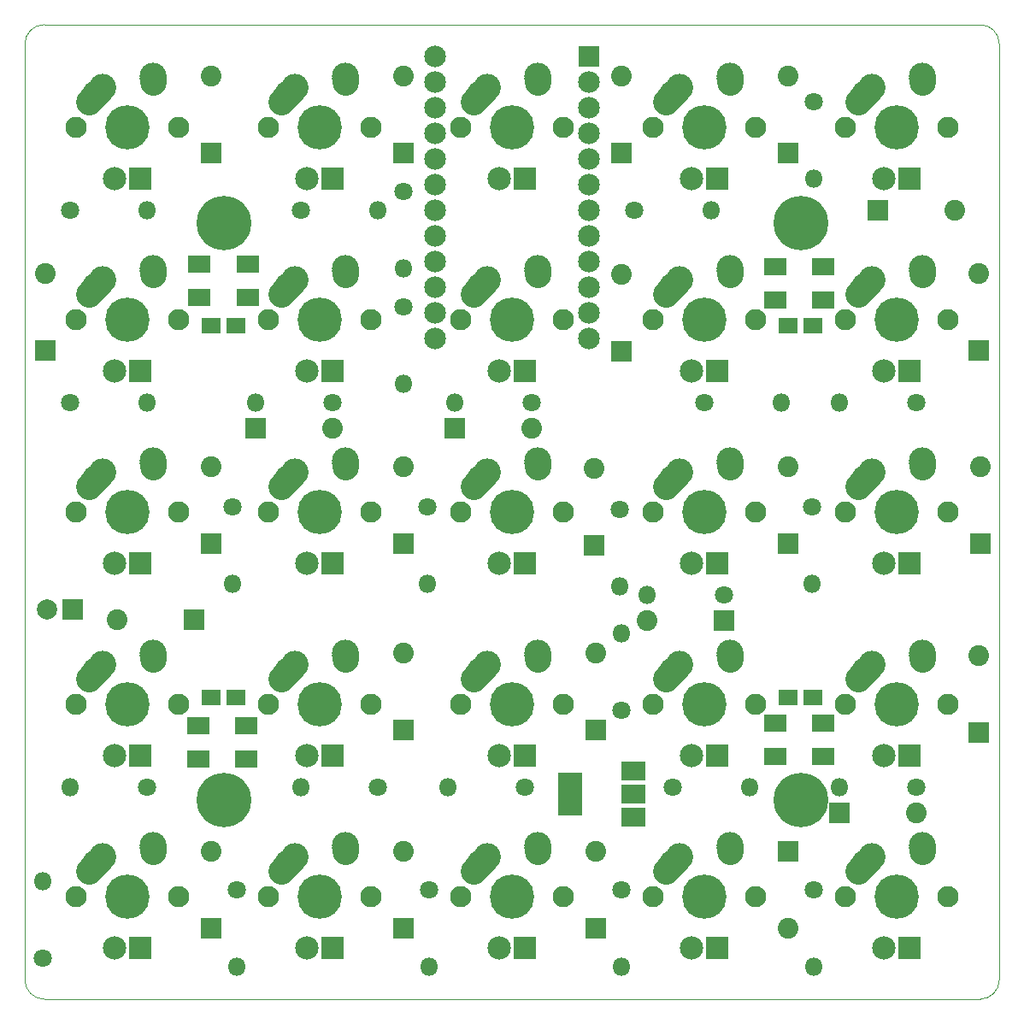
<source format=gbr>
%TF.GenerationSoftware,KiCad,Pcbnew,(5.0.0)*%
%TF.CreationDate,2018-08-25T01:11:55+03:00*%
%TF.ProjectId,Macropad,4D6163726F7061642E6B696361645F70,rev?*%
%TF.SameCoordinates,Original*%
%TF.FileFunction,Soldermask,Bot*%
%TF.FilePolarity,Negative*%
%FSLAX46Y46*%
G04 Gerber Fmt 4.6, Leading zero omitted, Abs format (unit mm)*
G04 Created by KiCad (PCBNEW (5.0.0)) date 08/25/18 01:11:55*
%MOMM*%
%LPD*%
G01*
G04 APERTURE LIST*
%ADD10C,0.100000*%
%ADD11R,1.900000X1.650000*%
%ADD12C,2.051000*%
%ADD13R,2.051000X2.051000*%
%ADD14C,2.650000*%
%ADD15C,2.650000*%
%ADD16C,4.387800*%
%ADD17C,2.305000*%
%ADD18R,2.305000X2.305000*%
%ADD19C,2.101800*%
%ADD20C,1.800000*%
%ADD21O,1.800000X1.800000*%
%ADD22R,2.400000X4.200000*%
%ADD23R,2.400000X1.900000*%
%ADD24R,2.200000X1.800000*%
%ADD25R,2.152600X2.152600*%
%ADD26C,2.152600*%
%ADD27C,5.400000*%
%ADD28R,2.000000X2.000000*%
%ADD29C,2.000000*%
G04 APERTURE END LIST*
D10*
X17780000Y-112395000D02*
X17780000Y-19685000D01*
X112395000Y-114300000D02*
X19685000Y-114300000D01*
X114300000Y-19685000D02*
X114300000Y-112395000D01*
X19685000Y-17780000D02*
X112395000Y-17780000D01*
X114300000Y-19685000D02*
G75*
G03X112395000Y-17780000I-1905000J0D01*
G01*
X112395000Y-114300000D02*
G75*
G03X114300000Y-112395000I0J1905000D01*
G01*
X17780000Y-112395000D02*
G75*
G03X19685000Y-114300000I1905000J0D01*
G01*
X19685000Y-17780000D02*
G75*
G03X17780000Y-19685000I0J-1905000D01*
G01*
D11*
X36215000Y-84455000D03*
X38715000Y-84455000D03*
X36215000Y-47625000D03*
X38715000Y-47625000D03*
X93365000Y-84455000D03*
X95865000Y-84455000D03*
X93365000Y-47625000D03*
X95865000Y-47625000D03*
D12*
X36195000Y-22860000D03*
D13*
X36195000Y-30480000D03*
D12*
X55245000Y-22860000D03*
D13*
X55245000Y-30480000D03*
D12*
X76835000Y-22860000D03*
D13*
X76835000Y-30480000D03*
D12*
X93345000Y-22860000D03*
D13*
X93345000Y-30480000D03*
D12*
X109855000Y-36195000D03*
D13*
X102235000Y-36195000D03*
D12*
X19812000Y-42418000D03*
D13*
X19812000Y-50038000D03*
D12*
X48260000Y-57785000D03*
D13*
X40640000Y-57785000D03*
D12*
X67945000Y-57785000D03*
D13*
X60325000Y-57785000D03*
D12*
X76835000Y-42545000D03*
D13*
X76835000Y-50165000D03*
D12*
X112268000Y-42418000D03*
D13*
X112268000Y-50038000D03*
D12*
X36195000Y-61595000D03*
D13*
X36195000Y-69215000D03*
D12*
X55245000Y-61595000D03*
D13*
X55245000Y-69215000D03*
D12*
X74168000Y-61722000D03*
D13*
X74168000Y-69342000D03*
D12*
X93345000Y-61595000D03*
D13*
X93345000Y-69215000D03*
D12*
X112395000Y-61595000D03*
D13*
X112395000Y-69215000D03*
D12*
X26924000Y-76708000D03*
D13*
X34544000Y-76708000D03*
D12*
X55245000Y-80010000D03*
D13*
X55245000Y-87630000D03*
D12*
X74295000Y-80010000D03*
D13*
X74295000Y-87630000D03*
D12*
X79375000Y-76835000D03*
D13*
X86995000Y-76835000D03*
D12*
X112268000Y-80264000D03*
D13*
X112268000Y-87884000D03*
D12*
X36195000Y-99695000D03*
D13*
X36195000Y-107315000D03*
D12*
X55245000Y-99695000D03*
D13*
X55245000Y-107315000D03*
D12*
X74295000Y-99695000D03*
D13*
X74295000Y-107315000D03*
D12*
X93345000Y-107315000D03*
D13*
X93345000Y-99695000D03*
D12*
X106045000Y-95885000D03*
D13*
X98425000Y-95885000D03*
D14*
X30460000Y-23150000D03*
D15*
X30440000Y-23440000D02*
X30480000Y-22860000D01*
D14*
X30480000Y-22860000D03*
X24785000Y-24670000D03*
D15*
X24130000Y-25400000D02*
X25440000Y-23940000D01*
D16*
X27940000Y-27940000D03*
D14*
X25440000Y-23940000D03*
D17*
X26670000Y-33020000D03*
D18*
X29210000Y-33020000D03*
D19*
X22860000Y-27940000D03*
X33020000Y-27940000D03*
D14*
X49510000Y-23150000D03*
D15*
X49490000Y-23440000D02*
X49530000Y-22860000D01*
D14*
X49530000Y-22860000D03*
X43835000Y-24670000D03*
D15*
X43180000Y-25400000D02*
X44490000Y-23940000D01*
D16*
X46990000Y-27940000D03*
D14*
X44490000Y-23940000D03*
D17*
X45720000Y-33020000D03*
D18*
X48260000Y-33020000D03*
D19*
X41910000Y-27940000D03*
X52070000Y-27940000D03*
D14*
X68560000Y-23150000D03*
D15*
X68540000Y-23440000D02*
X68580000Y-22860000D01*
D14*
X68580000Y-22860000D03*
X62885000Y-24670000D03*
D15*
X62230000Y-25400000D02*
X63540000Y-23940000D01*
D16*
X66040000Y-27940000D03*
D14*
X63540000Y-23940000D03*
D17*
X64770000Y-33020000D03*
D18*
X67310000Y-33020000D03*
D19*
X60960000Y-27940000D03*
X71120000Y-27940000D03*
D14*
X87610000Y-23150000D03*
D15*
X87590000Y-23440000D02*
X87630000Y-22860000D01*
D14*
X87630000Y-22860000D03*
X81935000Y-24670000D03*
D15*
X81280000Y-25400000D02*
X82590000Y-23940000D01*
D16*
X85090000Y-27940000D03*
D14*
X82590000Y-23940000D03*
D17*
X83820000Y-33020000D03*
D18*
X86360000Y-33020000D03*
D19*
X80010000Y-27940000D03*
X90170000Y-27940000D03*
D14*
X106660000Y-23150000D03*
D15*
X106640000Y-23440000D02*
X106680000Y-22860000D01*
D14*
X106680000Y-22860000D03*
X100985000Y-24670000D03*
D15*
X100330000Y-25400000D02*
X101640000Y-23940000D01*
D16*
X104140000Y-27940000D03*
D14*
X101640000Y-23940000D03*
D17*
X102870000Y-33020000D03*
D18*
X105410000Y-33020000D03*
D19*
X99060000Y-27940000D03*
X109220000Y-27940000D03*
D14*
X30460000Y-42200000D03*
D15*
X30440000Y-42490000D02*
X30480000Y-41910000D01*
D14*
X30480000Y-41910000D03*
X24785000Y-43720000D03*
D15*
X24130000Y-44450000D02*
X25440000Y-42990000D01*
D16*
X27940000Y-46990000D03*
D14*
X25440000Y-42990000D03*
D17*
X26670000Y-52070000D03*
D18*
X29210000Y-52070000D03*
D19*
X22860000Y-46990000D03*
X33020000Y-46990000D03*
D14*
X49510000Y-42200000D03*
D15*
X49490000Y-42490000D02*
X49530000Y-41910000D01*
D14*
X49530000Y-41910000D03*
X43835000Y-43720000D03*
D15*
X43180000Y-44450000D02*
X44490000Y-42990000D01*
D16*
X46990000Y-46990000D03*
D14*
X44490000Y-42990000D03*
D17*
X45720000Y-52070000D03*
D18*
X48260000Y-52070000D03*
D19*
X41910000Y-46990000D03*
X52070000Y-46990000D03*
D14*
X68560000Y-42200000D03*
D15*
X68540000Y-42490000D02*
X68580000Y-41910000D01*
D14*
X68580000Y-41910000D03*
X62885000Y-43720000D03*
D15*
X62230000Y-44450000D02*
X63540000Y-42990000D01*
D16*
X66040000Y-46990000D03*
D14*
X63540000Y-42990000D03*
D17*
X64770000Y-52070000D03*
D18*
X67310000Y-52070000D03*
D19*
X60960000Y-46990000D03*
X71120000Y-46990000D03*
D14*
X87610000Y-42200000D03*
D15*
X87590000Y-42490000D02*
X87630000Y-41910000D01*
D14*
X87630000Y-41910000D03*
X81935000Y-43720000D03*
D15*
X81280000Y-44450000D02*
X82590000Y-42990000D01*
D16*
X85090000Y-46990000D03*
D14*
X82590000Y-42990000D03*
D17*
X83820000Y-52070000D03*
D18*
X86360000Y-52070000D03*
D19*
X80010000Y-46990000D03*
X90170000Y-46990000D03*
D14*
X106660000Y-42200000D03*
D15*
X106640000Y-42490000D02*
X106680000Y-41910000D01*
D14*
X106680000Y-41910000D03*
X100985000Y-43720000D03*
D15*
X100330000Y-44450000D02*
X101640000Y-42990000D01*
D16*
X104140000Y-46990000D03*
D14*
X101640000Y-42990000D03*
D17*
X102870000Y-52070000D03*
D18*
X105410000Y-52070000D03*
D19*
X99060000Y-46990000D03*
X109220000Y-46990000D03*
D14*
X30460000Y-61250000D03*
D15*
X30440000Y-61540000D02*
X30480000Y-60960000D01*
D14*
X30480000Y-60960000D03*
X24785000Y-62770000D03*
D15*
X24130000Y-63500000D02*
X25440000Y-62040000D01*
D16*
X27940000Y-66040000D03*
D14*
X25440000Y-62040000D03*
D17*
X26670000Y-71120000D03*
D18*
X29210000Y-71120000D03*
D19*
X22860000Y-66040000D03*
X33020000Y-66040000D03*
D14*
X49510000Y-61250000D03*
D15*
X49490000Y-61540000D02*
X49530000Y-60960000D01*
D14*
X49530000Y-60960000D03*
X43835000Y-62770000D03*
D15*
X43180000Y-63500000D02*
X44490000Y-62040000D01*
D16*
X46990000Y-66040000D03*
D14*
X44490000Y-62040000D03*
D17*
X45720000Y-71120000D03*
D18*
X48260000Y-71120000D03*
D19*
X41910000Y-66040000D03*
X52070000Y-66040000D03*
D14*
X68560000Y-61250000D03*
D15*
X68540000Y-61540000D02*
X68580000Y-60960000D01*
D14*
X68580000Y-60960000D03*
X62885000Y-62770000D03*
D15*
X62230000Y-63500000D02*
X63540000Y-62040000D01*
D16*
X66040000Y-66040000D03*
D14*
X63540000Y-62040000D03*
D17*
X64770000Y-71120000D03*
D18*
X67310000Y-71120000D03*
D19*
X60960000Y-66040000D03*
X71120000Y-66040000D03*
D14*
X87610000Y-61250000D03*
D15*
X87590000Y-61540000D02*
X87630000Y-60960000D01*
D14*
X87630000Y-60960000D03*
X81935000Y-62770000D03*
D15*
X81280000Y-63500000D02*
X82590000Y-62040000D01*
D16*
X85090000Y-66040000D03*
D14*
X82590000Y-62040000D03*
D17*
X83820000Y-71120000D03*
D18*
X86360000Y-71120000D03*
D19*
X80010000Y-66040000D03*
X90170000Y-66040000D03*
D14*
X106660000Y-61250000D03*
D15*
X106640000Y-61540000D02*
X106680000Y-60960000D01*
D14*
X106680000Y-60960000D03*
X100985000Y-62770000D03*
D15*
X100330000Y-63500000D02*
X101640000Y-62040000D01*
D16*
X104140000Y-66040000D03*
D14*
X101640000Y-62040000D03*
D17*
X102870000Y-71120000D03*
D18*
X105410000Y-71120000D03*
D19*
X99060000Y-66040000D03*
X109220000Y-66040000D03*
D14*
X30460000Y-80300000D03*
D15*
X30440000Y-80590000D02*
X30480000Y-80010000D01*
D14*
X30480000Y-80010000D03*
X24785000Y-81820000D03*
D15*
X24130000Y-82550000D02*
X25440000Y-81090000D01*
D16*
X27940000Y-85090000D03*
D14*
X25440000Y-81090000D03*
D17*
X26670000Y-90170000D03*
D18*
X29210000Y-90170000D03*
D19*
X22860000Y-85090000D03*
X33020000Y-85090000D03*
D14*
X49510000Y-80300000D03*
D15*
X49490000Y-80590000D02*
X49530000Y-80010000D01*
D14*
X49530000Y-80010000D03*
X43835000Y-81820000D03*
D15*
X43180000Y-82550000D02*
X44490000Y-81090000D01*
D16*
X46990000Y-85090000D03*
D14*
X44490000Y-81090000D03*
D17*
X45720000Y-90170000D03*
D18*
X48260000Y-90170000D03*
D19*
X41910000Y-85090000D03*
X52070000Y-85090000D03*
D14*
X68560000Y-80300000D03*
D15*
X68540000Y-80590000D02*
X68580000Y-80010000D01*
D14*
X68580000Y-80010000D03*
X62885000Y-81820000D03*
D15*
X62230000Y-82550000D02*
X63540000Y-81090000D01*
D16*
X66040000Y-85090000D03*
D14*
X63540000Y-81090000D03*
D17*
X64770000Y-90170000D03*
D18*
X67310000Y-90170000D03*
D19*
X60960000Y-85090000D03*
X71120000Y-85090000D03*
D14*
X87610000Y-80300000D03*
D15*
X87590000Y-80590000D02*
X87630000Y-80010000D01*
D14*
X87630000Y-80010000D03*
X81935000Y-81820000D03*
D15*
X81280000Y-82550000D02*
X82590000Y-81090000D01*
D16*
X85090000Y-85090000D03*
D14*
X82590000Y-81090000D03*
D17*
X83820000Y-90170000D03*
D18*
X86360000Y-90170000D03*
D19*
X80010000Y-85090000D03*
X90170000Y-85090000D03*
D14*
X106660000Y-80300000D03*
D15*
X106640000Y-80590000D02*
X106680000Y-80010000D01*
D14*
X106680000Y-80010000D03*
X100985000Y-81820000D03*
D15*
X100330000Y-82550000D02*
X101640000Y-81090000D01*
D16*
X104140000Y-85090000D03*
D14*
X101640000Y-81090000D03*
D17*
X102870000Y-90170000D03*
D18*
X105410000Y-90170000D03*
D19*
X99060000Y-85090000D03*
X109220000Y-85090000D03*
D14*
X30460000Y-99350000D03*
D15*
X30440000Y-99640000D02*
X30480000Y-99060000D01*
D14*
X30480000Y-99060000D03*
X24785000Y-100870000D03*
D15*
X24130000Y-101600000D02*
X25440000Y-100140000D01*
D16*
X27940000Y-104140000D03*
D14*
X25440000Y-100140000D03*
D17*
X26670000Y-109220000D03*
D18*
X29210000Y-109220000D03*
D19*
X22860000Y-104140000D03*
X33020000Y-104140000D03*
D14*
X49510000Y-99350000D03*
D15*
X49490000Y-99640000D02*
X49530000Y-99060000D01*
D14*
X49530000Y-99060000D03*
X43835000Y-100870000D03*
D15*
X43180000Y-101600000D02*
X44490000Y-100140000D01*
D16*
X46990000Y-104140000D03*
D14*
X44490000Y-100140000D03*
D17*
X45720000Y-109220000D03*
D18*
X48260000Y-109220000D03*
D19*
X41910000Y-104140000D03*
X52070000Y-104140000D03*
D14*
X68560000Y-99350000D03*
D15*
X68540000Y-99640000D02*
X68580000Y-99060000D01*
D14*
X68580000Y-99060000D03*
X62885000Y-100870000D03*
D15*
X62230000Y-101600000D02*
X63540000Y-100140000D01*
D16*
X66040000Y-104140000D03*
D14*
X63540000Y-100140000D03*
D17*
X64770000Y-109220000D03*
D18*
X67310000Y-109220000D03*
D19*
X60960000Y-104140000D03*
X71120000Y-104140000D03*
D14*
X87610000Y-99350000D03*
D15*
X87590000Y-99640000D02*
X87630000Y-99060000D01*
D14*
X87630000Y-99060000D03*
X81935000Y-100870000D03*
D15*
X81280000Y-101600000D02*
X82590000Y-100140000D01*
D16*
X85090000Y-104140000D03*
D14*
X82590000Y-100140000D03*
D17*
X83820000Y-109220000D03*
D18*
X86360000Y-109220000D03*
D19*
X80010000Y-104140000D03*
X90170000Y-104140000D03*
D14*
X106660000Y-99350000D03*
D15*
X106640000Y-99640000D02*
X106680000Y-99060000D01*
D14*
X106680000Y-99060000D03*
X100985000Y-100870000D03*
D15*
X100330000Y-101600000D02*
X101640000Y-100140000D01*
D16*
X104140000Y-104140000D03*
D14*
X101640000Y-100140000D03*
D17*
X102870000Y-109220000D03*
D18*
X105410000Y-109220000D03*
D19*
X99060000Y-104140000D03*
X109220000Y-104140000D03*
D20*
X76835000Y-85725000D03*
D21*
X76835000Y-78105000D03*
D22*
X71780000Y-93980000D03*
D23*
X78080000Y-93980000D03*
X78080000Y-96280000D03*
X78080000Y-91680000D03*
D20*
X22225000Y-36195000D03*
D21*
X29845000Y-36195000D03*
D20*
X45085000Y-36195000D03*
D21*
X52705000Y-36195000D03*
D20*
X55245000Y-34290000D03*
D21*
X55245000Y-41910000D03*
D20*
X78105000Y-36195000D03*
D21*
X85725000Y-36195000D03*
D20*
X95885000Y-25400000D03*
D21*
X95885000Y-33020000D03*
D20*
X22225000Y-55245000D03*
D21*
X29845000Y-55245000D03*
D20*
X48260000Y-55245000D03*
D21*
X40640000Y-55245000D03*
D20*
X67945000Y-55245000D03*
D21*
X60325000Y-55245000D03*
D20*
X85090000Y-55245000D03*
D21*
X92710000Y-55245000D03*
D20*
X106045000Y-55245000D03*
D21*
X98425000Y-55245000D03*
D20*
X38354000Y-65532000D03*
D21*
X38354000Y-73152000D03*
D20*
X57658000Y-65532000D03*
D21*
X57658000Y-73152000D03*
D20*
X76708000Y-65786000D03*
D21*
X76708000Y-73406000D03*
D20*
X86995000Y-74295000D03*
D21*
X79375000Y-74295000D03*
D20*
X95758000Y-65532000D03*
D21*
X95758000Y-73152000D03*
D20*
X29845000Y-93345000D03*
D21*
X22225000Y-93345000D03*
D20*
X52705000Y-93345000D03*
D21*
X45085000Y-93345000D03*
D20*
X67310000Y-93345000D03*
D21*
X59690000Y-93345000D03*
D20*
X81915000Y-93345000D03*
D21*
X89535000Y-93345000D03*
D20*
X106045000Y-93345000D03*
D21*
X98425000Y-93345000D03*
D20*
X19558000Y-110236000D03*
D21*
X19558000Y-102616000D03*
D20*
X38735000Y-103505000D03*
D21*
X38735000Y-111125000D03*
D20*
X57785000Y-103505000D03*
D21*
X57785000Y-111125000D03*
D20*
X76835000Y-103505000D03*
D21*
X76835000Y-111125000D03*
D20*
X95885000Y-103505000D03*
D21*
X95885000Y-111125000D03*
D24*
X35065000Y-44830000D03*
X35065000Y-41530000D03*
X39865000Y-41530000D03*
X39865000Y-44830000D03*
X39738000Y-87250000D03*
X39738000Y-90550000D03*
X34938000Y-90550000D03*
X34938000Y-87250000D03*
X96888000Y-86996000D03*
X96888000Y-90296000D03*
X92088000Y-90296000D03*
X92088000Y-86996000D03*
X92088000Y-45084000D03*
X92088000Y-41784000D03*
X96888000Y-41784000D03*
X96888000Y-45084000D03*
D20*
X55245000Y-45720000D03*
D21*
X55245000Y-53340000D03*
D25*
X73660000Y-20955000D03*
D26*
X73660000Y-23495000D03*
X73660000Y-26035000D03*
X73660000Y-28575000D03*
X73660000Y-31115000D03*
X73660000Y-33655000D03*
X73660000Y-36195000D03*
X73660000Y-38735000D03*
X73660000Y-41275000D03*
X73660000Y-43815000D03*
X73660000Y-46355000D03*
X73660000Y-48895000D03*
X58420000Y-48895000D03*
X58420000Y-46355000D03*
X58420000Y-43815000D03*
X58420000Y-41275000D03*
X58420000Y-38735000D03*
X58420000Y-36195000D03*
X58420000Y-33655000D03*
X58420000Y-31115000D03*
X58420000Y-28575000D03*
X58420000Y-26035000D03*
X58420000Y-23495000D03*
X58420000Y-20955000D03*
D27*
X94615000Y-37465000D03*
X94615000Y-94615000D03*
X37465000Y-94615000D03*
X37465000Y-37465000D03*
D28*
X22475000Y-75665000D03*
D29*
X19975000Y-75665000D03*
M02*

</source>
